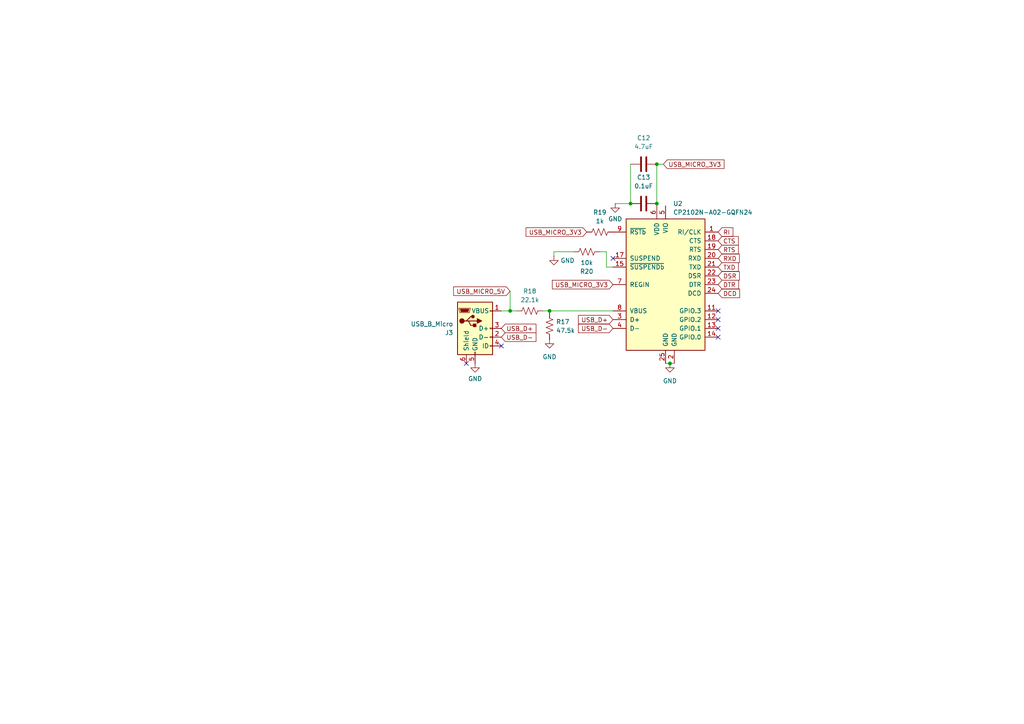
<source format=kicad_sch>
(kicad_sch (version 20231120) (generator "eeschema") (generator_version "8.0")
  (paper "A4")
  (lib_symbols
    (symbol "Device:C" (pin_numbers hide) (pin_names (offset 0.254))
      (property "Reference" "C" (at 0.635 2.54 0))
      (property "Value" "C" (at 0.635 -2.54 0))
      (symbol "C_0_1"
        (polyline (pts (xy -2.032 -0.762) (xy 2.032 -0.762)) (stroke (width 0.508)))
        (polyline (pts (xy -2.032 0.762) (xy 2.032 0.762)) (stroke (width 0.508)))
      )
      (symbol "C_1_1"
        (pin passive line (at 0 3.81 270) (length 2.794) (name "~") (number "1"))
        (pin passive line (at 0 -3.81 90) (length 2.794) (name "~") (number "2"))
      )
    )
    (symbol "Device:R_US" (pin_numbers hide) (pin_names (offset 0))
      (property "Reference" "R" (at 2.54 0 90))
      (property "Value" "R_US" (at -2.54 0 90))
      (symbol "R_US_0_1"
        (polyline (pts (xy 0 -2.286) (xy 0 -2.54)))
        (polyline (pts (xy 0 2.286) (xy 0 2.54)))
        (polyline (pts (xy 0 -0.762) (xy 1.016 -1.143) (xy 0 -1.524) (xy -1.016 -1.905) (xy 0 -2.286)))
        (polyline (pts (xy 0 0.762) (xy 1.016 0.381) (xy 0 0) (xy -1.016 -0.381) (xy 0 -0.762)))
        (polyline (pts (xy 0 2.286) (xy 1.016 1.905) (xy 0 1.524) (xy -1.016 1.143) (xy 0 0.762)))
      )
      (symbol "R_US_1_1"
        (pin passive line (at 0 3.81 270) (length 1.27) (name "~") (number "1"))
        (pin passive line (at 0 -3.81 90) (length 1.27) (name "~") (number "2"))
      )
    )
    (symbol "power:GND" (power) (pin_numbers hide) (pin_names (offset 0) hide)
      (property "Value" "GND" (at 0 -3.81 0))
      (symbol "GND_0_1"
        (polyline (pts (xy 0 0) (xy 0 -1.27) (xy 1.27 -1.27) (xy 0 -2.54) (xy -1.27 -1.27) (xy 0 -1.27)))
      )
      (symbol "GND_1_1"
        (pin power_in line (at 0 0 270) (length 0) (name "~") (number "1"))
      )
    )
    (symbol "utsvt-chips:CP2102N-A01-GQFN24" (pin_names (offset 1.016))
      (property "Reference" "U3" (at -1.27 -35.56 0))
      (property "Value" "CP2102N-A02-GQFN24" (at -11.43 -32.385 0))
      (symbol "CP2102N-A01-GQFN24_0_1"
        (rectangle (start -11.43 19.05) (end 11.43 -19.05) (stroke (width 0.254)) (fill (type background)))
      )
      (symbol "CP2102N-A01-GQFN24_1_1"
        (pin bidirectional line (at 15.24 15.24 180) (length 3.81) (name "RI/CLK") (number "1"))
        (pin no_connect line (at 10.16 -22.86 90) (length 3.81) hide (name "NC") (number "10"))
        (pin bidirectional line (at 15.24 -7.62 180) (length 3.81) (name "GPIO.3") (number "11"))
        (pin bidirectional line (at 15.24 -10.16 180) (length 3.81) (name "GPIO.2") (number "12"))
        (pin bidirectional line (at 15.24 -12.7 180) (length 3.81) (name "GPIO.1") (number "13"))
        (pin bidirectional line (at 15.24 -15.24 180) (length 3.81) (name "GPIO.0") (number "14"))
        (pin output line (at -15.24 5.08 0) (length 3.81) (name "~{SUSPENDb}") (number "15"))
        (pin no_connect line (at 7.62 -22.86 90) (length 3.81) hide (name "NC") (number "16"))
        (pin output line (at -15.24 7.62 0) (length 3.81) (name "SUSPEND") (number "17"))
        (pin input line (at 15.24 12.7 180) (length 3.81) (name "CTS") (number "18"))
        (pin output line (at 15.24 10.16 180) (length 3.81) (name "RTS") (number "19"))
        (pin power_in line (at 2.54 -22.86 90) (length 3.81) (name "GND") (number "2"))
        (pin input line (at 15.24 7.62 180) (length 3.81) (name "RXD") (number "20"))
        (pin output line (at 15.24 5.08 180) (length 3.81) (name "TXD") (number "21"))
        (pin input line (at 15.24 2.54 180) (length 3.81) (name "DSR") (number "22"))
        (pin output line (at 15.24 0 180) (length 3.81) (name "DTR") (number "23"))
        (pin input line (at 15.24 -2.54 180) (length 3.81) (name "DCD") (number "24"))
        (pin power_in line (at 0 -22.86 90) (length 3.81) (name "GND") (number "25"))
        (pin bidirectional line (at -15.24 -10.16 0) (length 3.81) (name "D+") (number "3"))
        (pin bidirectional line (at -15.24 -12.7 0) (length 3.81) (name "D-") (number "4"))
        (pin power_in line (at 0 22.86 270) (length 3.81) (name "VIO") (number "5"))
        (pin power_in line (at -2.54 22.86 270) (length 3.81) (name "VDD") (number "6"))
        (pin power_in line (at -15.24 0 0) (length 3.81) (name "REGIN") (number "7"))
        (pin input line (at -15.24 -7.62 0) (length 3.81) (name "VBUS") (number "8"))
        (pin input line (at -15.24 15.24 0) (length 3.81) (name "~{RSTb}") (number "9"))
      )
    )
    (symbol "utsvt-connectors:USB_B_Micro-Connector" (pin_names (offset 1.016))
      (property "Reference" "J2" (at 0 12.065 0))
      (property "Value" "USB_B_Micro" (at 0 9.525 0))
      (symbol "USB_B_Micro-Connector_0_1"
        (rectangle (start -5.08 -7.62) (end 5.08 7.62) (stroke (width 0.254)) (fill (type background)))
        (circle (center -3.81 2.159) (radius 0.635) (stroke (width 0.254)) (fill (type outline)))
        (circle (center -0.635 3.429) (radius 0.381) (stroke (width 0.254)) (fill (type outline)))
        (rectangle (start -0.127 -7.62) (end 0.127 -6.858))
        (polyline (pts (xy -1.905 2.159) (xy 0.635 2.159)) (stroke (width 0.254)))
        (polyline (pts (xy -3.175 2.159) (xy -2.54 2.159) (xy -1.27 3.429) (xy -0.635 3.429)) (stroke (width 0.254)))
        (polyline (pts (xy -2.54 2.159) (xy -1.905 2.159) (xy -1.27 0.889) (xy 0 0.889)) (stroke (width 0.254)))
        (polyline (pts (xy 0.635 2.794) (xy 0.635 1.524) (xy 1.905 2.159) (xy 0.635 2.794)) (stroke (width 0.254)) (fill (type outline)))
        (polyline (pts (xy -4.318 5.588) (xy -1.778 5.588) (xy -2.032 4.826) (xy -4.064 4.826) (xy -4.318 5.588)) (fill (type outline)))
        (polyline (pts (xy -4.699 5.842) (xy -4.699 5.588) (xy -4.445 4.826) (xy -4.445 4.572) (xy -1.651 4.572) (xy -1.651 4.826) (xy -1.397 5.588) (xy -1.397 5.842) (xy -4.699 5.842)))
        (rectangle (start 0.254 1.27) (end -0.508 0.508) (stroke (width 0.254)) (fill (type outline)))
        (rectangle (start 5.08 -5.207) (end 4.318 -4.953))
        (rectangle (start 5.08 -2.667) (end 4.318 -2.413))
        (rectangle (start 5.08 -0.127) (end 4.318 0.127))
        (rectangle (start 5.08 4.953) (end 4.318 5.207))
      )
      (symbol "USB_B_Micro-Connector_1_1"
        (pin power_out line (at 7.62 5.08 180) (length 2.54) (name "VBUS") (number "1"))
        (pin passive line (at 7.62 -2.54 180) (length 2.54) (name "D-") (number "2"))
        (pin passive line (at 7.62 0 180) (length 2.54) (name "D+") (number "3"))
        (pin passive line (at 7.62 -5.08 180) (length 2.54) (name "ID") (number "4"))
        (pin power_out line (at 0 -10.16 90) (length 2.54) (name "GND") (number "5"))
        (pin passive line (at -2.54 -10.16 90) (length 2.54) (name "Shield") (number "6"))
      )
    )
  )
  (junction (at 190.5 59.055))
  (junction (at 182.88 59.055))
  (junction (at 194.31 105.41))
  (junction (at 147.955 90.17))
  (junction (at 190.5 47.625))
  (junction (at 159.385 90.17))
  (no_connect (at 145.415 100.33))
  (no_connect (at 208.28 92.71))
  (no_connect (at 135.255 105.41))
  (no_connect (at 208.28 90.17))
  (no_connect (at 208.28 97.79))
  (no_connect (at 208.28 95.25))
  (no_connect (at 177.8 74.93))
  (wire (pts (xy 145.415 90.17) (xy 147.955 90.17)))
  (wire (pts (xy 160.655 74.295) (xy 160.655 73.025)))
  (wire (pts (xy 175.895 73.025) (xy 173.99 73.025)))
  (wire (pts (xy 193.04 105.41) (xy 194.31 105.41)))
  (wire (pts (xy 157.48 90.17) (xy 159.385 90.17)))
  (wire (pts (xy 175.895 73.025) (xy 175.895 77.47)))
  (wire (pts (xy 147.955 84.455) (xy 147.955 90.17)))
  (wire (pts (xy 147.955 90.17) (xy 149.86 90.17)))
  (wire (pts (xy 159.385 90.17) (xy 177.8 90.17)))
  (wire (pts (xy 178.435 59.055) (xy 182.88 59.055)))
  (wire (pts (xy 190.5 47.625) (xy 190.5 59.055)))
  (wire (pts (xy 182.88 47.625) (xy 182.88 59.055)))
  (wire (pts (xy 190.5 47.625) (xy 192.405 47.625)))
  (wire (pts (xy 175.895 77.47) (xy 177.8 77.47)))
  (wire (pts (xy 159.385 90.805) (xy 159.385 90.17)))
  (wire (pts (xy 190.5 59.055) (xy 190.5 59.69)))
  (wire (pts (xy 194.31 105.41) (xy 195.58 105.41)))
  (wire (pts (xy 160.655 73.025) (xy 166.37 73.025)))
  (global_label "RI" (shape input) (at 208.28 67.31 0) (property "Intersheetrefs" "${INTERSHEET_REFS}" (effects (hide yes))))
  (global_label "USB_D-" (shape input) (at 177.8 95.25 180) (property "Intersheetrefs" "${INTERSHEET_REFS}" (effects (hide yes))))
  (global_label "USB_D+" (shape input) (at 177.8 92.71 180) (property "Intersheetrefs" "${INTERSHEET_REFS}" (effects (hide yes))))
  (global_label "USB_MICRO_3V3" (shape input) (at 170.18 67.31 180) (property "Intersheetrefs" "${INTERSHEET_REFS}" (effects (hide yes))))
  (global_label "USB_MICRO_3V3" (shape input) (at 192.405 47.625 0) (property "Intersheetrefs" "${INTERSHEET_REFS}" (effects (hide yes))))
  (global_label "DCD" (shape input) (at 208.28 85.09 0) (property "Intersheetrefs" "${INTERSHEET_REFS}" (effects (hide yes))))
  (global_label "DTR" (shape input) (at 208.28 82.55 0) (property "Intersheetrefs" "${INTERSHEET_REFS}" (effects (hide yes))))
  (global_label "TXD" (shape input) (at 208.28 77.47 0) (property "Intersheetrefs" "${INTERSHEET_REFS}" (effects (hide yes))))
  (global_label "RXD" (shape input) (at 208.28 74.93 0) (property "Intersheetrefs" "${INTERSHEET_REFS}" (effects (hide yes))))
  (global_label "USB_MICRO_5V" (shape input) (at 147.955 84.455 180) (property "Intersheetrefs" "${INTERSHEET_REFS}" (effects (hide yes))))
  (global_label "USB_MICRO_3V3" (shape input) (at 177.8 82.55 180) (property "Intersheetrefs" "${INTERSHEET_REFS}" (effects (hide yes))))
  (global_label "USB_D-" (shape input) (at 145.415 97.79 0) (property "Intersheetrefs" "${INTERSHEET_REFS}" (effects (hide yes))))
  (global_label "DSR" (shape input) (at 208.28 80.01 0) (property "Intersheetrefs" "${INTERSHEET_REFS}" (effects (hide yes))))
  (global_label "USB_D+" (shape input) (at 145.415 95.25 0) (property "Intersheetrefs" "${INTERSHEET_REFS}" (effects (hide yes))))
  (global_label "RTS" (shape input) (at 208.28 72.39 0) (property "Intersheetrefs" "${INTERSHEET_REFS}" (effects (hide yes))))
  (global_label "CTS" (shape input) (at 208.28 69.85 0) (property "Intersheetrefs" "${INTERSHEET_REFS}" (effects (hide yes))))
  (symbol (lib_id "Device:R_US") (at 159.385 94.615 0) (unit 1)
    (property "Reference" "R17" (at 161.29 93.3449 0) (effects (justify left)))
    (property "Value" "47.5k" (at 161.29 95.8849 0) (effects (justify left)))
    (property "Description" "Resistor, US symbol" (effects (hide yes)))
  )
  (symbol (lib_id "power:GND") (at 159.385 98.425 0) (unit 1)
    (property "Reference" "#PWR035" (effects (hide yes)))
    (property "Value" "GND" (at 159.385 103.505 0))
    (property "Description" "Power symbol creates a global label with name \"GND\" , ground" (effects (hide yes)))
  )
  (symbol (lib_id "power:GND") (at 194.31 105.41 0) (unit 1)
    (property "Reference" "#PWR037" (effects (hide yes)))
    (property "Value" "GND" (at 194.31 110.49 0))
    (property "Description" "Power symbol creates a global label with name \"GND\" , ground" (effects (hide yes)))
  )
  (symbol (lib_id "utsvt-chips:CP2102N-A01-GQFN24") (at 193.04 82.55 0) (unit 1)
    (property "Reference" "U2" (at 195.2341 59.055 0) (effects (justify left)))
    (property "Value" "CP2102N-A02-GQFN24" (at 195.2341 61.595 0) (effects (justify left)))
    (property "Footprint" "Package_DFN_QFN:QFN-24-1EP_4x4mm_P0.5mm_EP2.6x2.6mm" (effects (hide yes)))
    (property "Datasheet" "http://www.silabs.com/support%20documents/technicaldocs/cp2102n-datasheet.pdf" (effects (hide yes)))
    (property "Mouser Part Number" "634-CP2102NA02GQFN24" (effects (hide yes)))
    (property "P/N" "CP2102N-A02-GQFN24" (effects (hide yes)))
  )
  (symbol (lib_id "Device:R_US") (at 153.67 90.17 90) (unit 1)
    (property "Reference" "R18" (at 153.67 84.455 90))
    (property "Value" "22.1k" (at 153.67 86.995 90))
    (property "Description" "Resistor, US symbol" (effects (hide yes)))
  )
  (symbol (lib_id "Device:R_US") (at 170.18 73.025 90) (unit 1)
    (property "Reference" "R20" (at 170.18 78.74 90))
    (property "Value" "10k" (at 170.18 76.2 90))
    (property "Description" "Resistor, US symbol" (effects (hide yes)))
  )
  (symbol (lib_id "power:GND") (at 178.435 59.055 0) (unit 1)
    (property "Reference" "#PWR033" (effects (hide yes)))
    (property "Value" "GND" (at 178.435 63.5 0))
    (property "Description" "Power symbol creates a global label with name \"GND\" , ground" (effects (hide yes)))
  )
  (symbol (lib_id "Device:R_US") (at 173.99 67.31 270) (unit 1)
    (property "Reference" "R19" (at 173.99 61.595 90))
    (property "Value" "1k" (at 173.99 64.135 90))
    (property "Description" "Resistor, US symbol" (effects (hide yes)))
  )
  (symbol (lib_id "power:GND") (at 160.655 74.295 0) (unit 1)
    (property "Reference" "#PWR036" (effects (hide yes)))
    (property "Value" "GND" (at 162.56 75.5649 0) (effects (justify left)))
    (property "Description" "Power symbol creates a global label with name \"GND\" , ground" (effects (hide yes)))
  )
  (symbol (lib_id "Device:C") (at 186.69 47.625 90) (unit 1)
    (property "Reference" "C12" (at 186.69 40.005 90))
    (property "Value" "4.7uF" (at 186.69 42.545 90))
    (property "Description" "Unpolarized capacitor" (effects (hide yes)))
  )
  (symbol (lib_id "power:GND") (at 137.795 105.41 0) (unit 1)
    (property "Reference" "#PWR034" (effects (hide yes)))
    (property "Value" "GND" (at 137.795 109.855 0))
    (property "Description" "Power symbol creates a global label with name \"GND\" , ground" (effects (hide yes)))
  )
  (symbol (lib_id "utsvt-connectors:USB_B_Micro-Connector") (at 137.795 95.25 0) (unit 1)
    (property "Reference" "J3" (at 131.445 96.5201 0) (effects (justify right)))
    (property "Value" "USB_B_Micro" (at 131.445 93.9801 0) (effects (justify right)))
    (property "Footprint" "Connector_USB:USB_Micro-B_Molex-105017-0001" (effects (hide yes)))
    (property "Datasheet" "https://www.mouser.com/datasheet/2/276/1/1050170001_IO_CONNECTORS-230168.pdf" (effects (hide yes)))
    (property "P/N" "105017-1001" (effects (hide yes)))
    (property "Mouser Part Number" " 538-105017-1001 " (effects (hide yes)))
  )
  (symbol (lib_id "Device:C") (at 186.69 59.055 90) (unit 1)
    (property "Reference" "C13" (at 186.69 51.435 90))
    (property "Value" "0.1uF" (at 186.69 53.975 90))
    (property "Description" "Unpolarized capacitor" (effects (hide yes)))
  )
)
</source>
